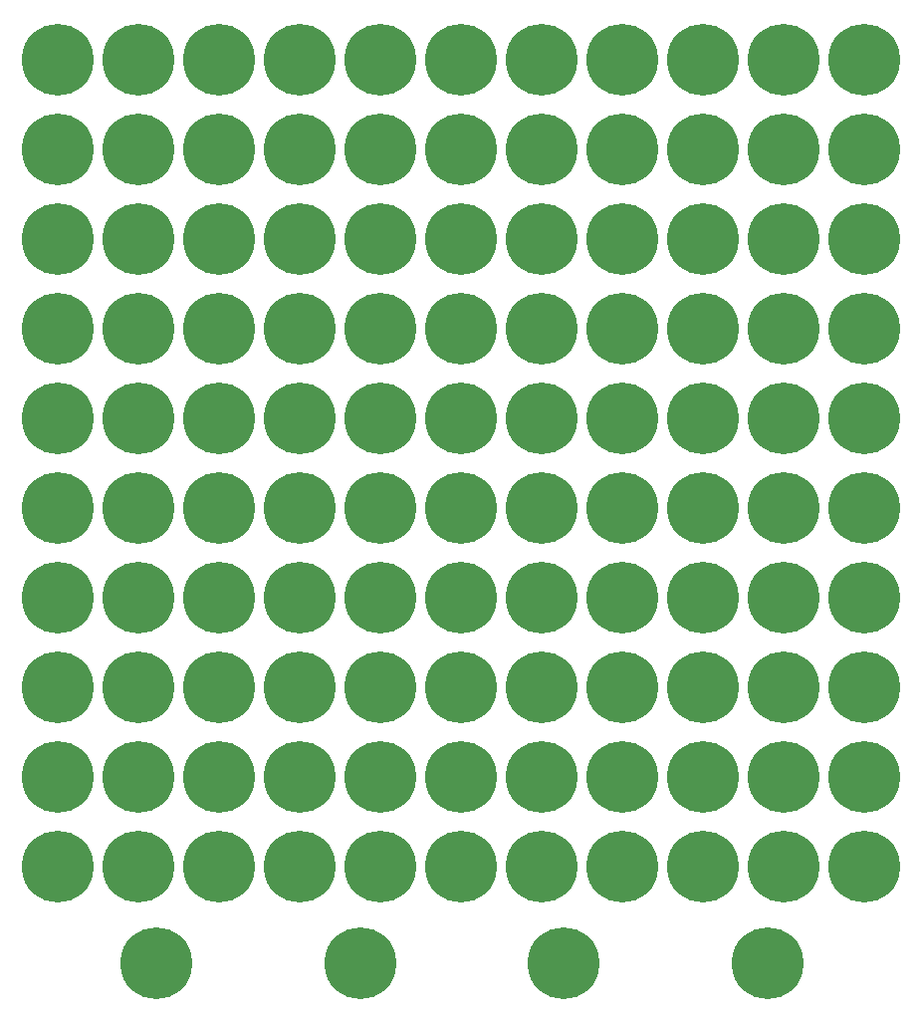
<source format=gbr>
G04 #@! TF.GenerationSoftware,KiCad,Pcbnew,(5.1.5)-2*
G04 #@! TF.CreationDate,2019-12-12T13:27:43-05:00*
G04 #@! TF.ProjectId,spacer,73706163-6572-42e6-9b69-6361645f7063,rev?*
G04 #@! TF.SameCoordinates,Original*
G04 #@! TF.FileFunction,Copper,L1,Top*
G04 #@! TF.FilePolarity,Positive*
%FSLAX46Y46*%
G04 Gerber Fmt 4.6, Leading zero omitted, Abs format (unit mm)*
G04 Created by KiCad (PCBNEW (5.1.5)-2) date 2019-12-12 13:27:44*
%MOMM*%
%LPD*%
G04 APERTURE LIST*
%ADD10C,6.100000*%
G04 APERTURE END LIST*
D10*
X76000000Y-92645000D03*
X58666666Y-92645000D03*
X41333333Y-92645000D03*
X24000000Y-92645000D03*
X84217200Y-84390000D03*
X77359200Y-84390000D03*
X70501200Y-84390000D03*
X63643200Y-84390000D03*
X56785200Y-84390000D03*
X49927200Y-84390000D03*
X43069200Y-84390000D03*
X36211200Y-84390000D03*
X29353200Y-84390000D03*
X22495200Y-84390000D03*
X15637200Y-84390000D03*
X84217200Y-76770000D03*
X77359200Y-76770000D03*
X70501200Y-76770000D03*
X63643200Y-76770000D03*
X56785200Y-76770000D03*
X49927200Y-76770000D03*
X43069200Y-76770000D03*
X36211200Y-76770000D03*
X29353200Y-76770000D03*
X22495200Y-76770000D03*
X15637200Y-76770000D03*
X84217200Y-69150000D03*
X77359200Y-69150000D03*
X70501200Y-69150000D03*
X63643200Y-69150000D03*
X56785200Y-69150000D03*
X49927200Y-69150000D03*
X43069200Y-69150000D03*
X36211200Y-69150000D03*
X29353200Y-69150000D03*
X22495200Y-69150000D03*
X15637200Y-69150000D03*
X84217200Y-61530000D03*
X77359200Y-61530000D03*
X70501200Y-61530000D03*
X63643200Y-61530000D03*
X56785200Y-61530000D03*
X49927200Y-61530000D03*
X43069200Y-61530000D03*
X36211200Y-61530000D03*
X29353200Y-61530000D03*
X22495200Y-61530000D03*
X15637200Y-61530000D03*
X84217200Y-53910000D03*
X77359200Y-53910000D03*
X70501200Y-53910000D03*
X63643200Y-53910000D03*
X56785200Y-53910000D03*
X49927200Y-53910000D03*
X43069200Y-53910000D03*
X36211200Y-53910000D03*
X29353200Y-53910000D03*
X22495200Y-53910000D03*
X15637200Y-53910000D03*
X84217200Y-46290000D03*
X77359200Y-46290000D03*
X70501200Y-46290000D03*
X63643200Y-46290000D03*
X56785200Y-46290000D03*
X49927200Y-46290000D03*
X43069200Y-46290000D03*
X36211200Y-46290000D03*
X29353200Y-46290000D03*
X22495200Y-46290000D03*
X15637200Y-46290000D03*
X84217200Y-38670000D03*
X77359200Y-38670000D03*
X70501200Y-38670000D03*
X63643200Y-38670000D03*
X56785200Y-38670000D03*
X49927200Y-38670000D03*
X43069200Y-38670000D03*
X36211200Y-38670000D03*
X29353200Y-38670000D03*
X22495200Y-38670000D03*
X15637200Y-38670000D03*
X84217200Y-31050000D03*
X77359200Y-31050000D03*
X70501200Y-31050000D03*
X63643200Y-31050000D03*
X56785200Y-31050000D03*
X49927200Y-31050000D03*
X43069200Y-31050000D03*
X36211200Y-31050000D03*
X29353200Y-31050000D03*
X22495200Y-31050000D03*
X15637200Y-31050000D03*
X84217200Y-23430000D03*
X77359200Y-23430000D03*
X70501200Y-23430000D03*
X63643200Y-23430000D03*
X56785200Y-23430000D03*
X49927200Y-23430000D03*
X43069200Y-23430000D03*
X36211200Y-23430000D03*
X29353200Y-23430000D03*
X22495200Y-23430000D03*
X15637200Y-23430000D03*
X84217200Y-15810000D03*
X77359200Y-15810000D03*
X70501200Y-15810000D03*
X63643200Y-15810000D03*
X56785200Y-15810000D03*
X49927200Y-15810000D03*
X43069200Y-15810000D03*
X36211200Y-15810000D03*
X29353200Y-15810000D03*
X22495200Y-15810000D03*
X15637200Y-15810000D03*
M02*

</source>
